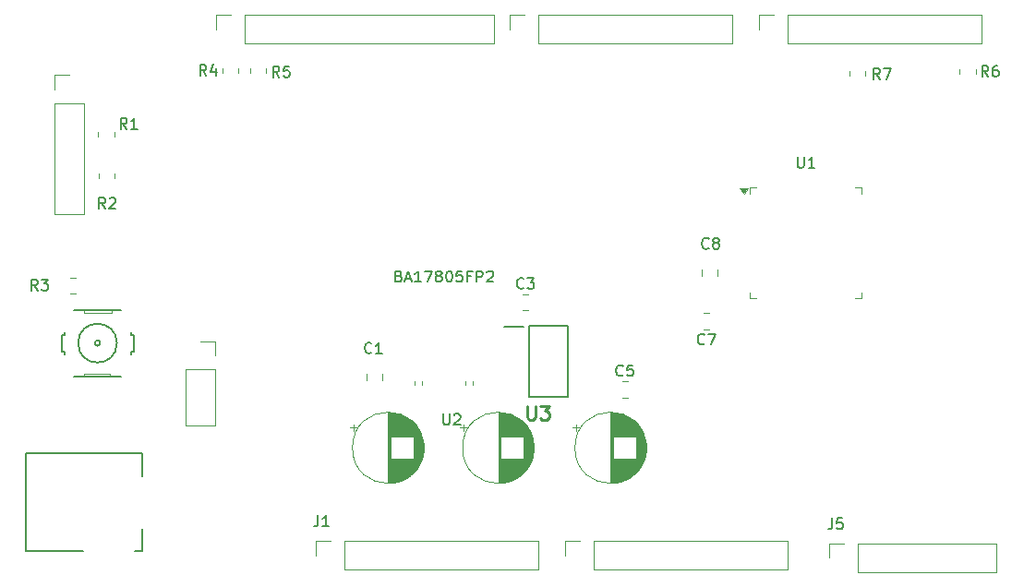
<source format=gbr>
%TF.GenerationSoftware,KiCad,Pcbnew,8.0.6*%
%TF.CreationDate,2025-01-18T13:18:21-05:00*%
%TF.ProjectId,RL78_G13_Arduino,524c3738-5f47-4313-935f-41726475696e,rev?*%
%TF.SameCoordinates,Original*%
%TF.FileFunction,Legend,Top*%
%TF.FilePolarity,Positive*%
%FSLAX46Y46*%
G04 Gerber Fmt 4.6, Leading zero omitted, Abs format (unit mm)*
G04 Created by KiCad (PCBNEW 8.0.6) date 2025-01-18 13:18:21*
%MOMM*%
%LPD*%
G01*
G04 APERTURE LIST*
%ADD10C,0.150000*%
%ADD11C,0.254000*%
%ADD12C,0.120000*%
%ADD13C,0.152400*%
%ADD14C,0.050800*%
%ADD15C,0.203200*%
%ADD16C,0.200000*%
G04 APERTURE END LIST*
D10*
X113647333Y-49059580D02*
X113599714Y-49107200D01*
X113599714Y-49107200D02*
X113456857Y-49154819D01*
X113456857Y-49154819D02*
X113361619Y-49154819D01*
X113361619Y-49154819D02*
X113218762Y-49107200D01*
X113218762Y-49107200D02*
X113123524Y-49011961D01*
X113123524Y-49011961D02*
X113075905Y-48916723D01*
X113075905Y-48916723D02*
X113028286Y-48726247D01*
X113028286Y-48726247D02*
X113028286Y-48583390D01*
X113028286Y-48583390D02*
X113075905Y-48392914D01*
X113075905Y-48392914D02*
X113123524Y-48297676D01*
X113123524Y-48297676D02*
X113218762Y-48202438D01*
X113218762Y-48202438D02*
X113361619Y-48154819D01*
X113361619Y-48154819D02*
X113456857Y-48154819D01*
X113456857Y-48154819D02*
X113599714Y-48202438D01*
X113599714Y-48202438D02*
X113647333Y-48250057D01*
X114218762Y-48583390D02*
X114123524Y-48535771D01*
X114123524Y-48535771D02*
X114075905Y-48488152D01*
X114075905Y-48488152D02*
X114028286Y-48392914D01*
X114028286Y-48392914D02*
X114028286Y-48345295D01*
X114028286Y-48345295D02*
X114075905Y-48250057D01*
X114075905Y-48250057D02*
X114123524Y-48202438D01*
X114123524Y-48202438D02*
X114218762Y-48154819D01*
X114218762Y-48154819D02*
X114409238Y-48154819D01*
X114409238Y-48154819D02*
X114504476Y-48202438D01*
X114504476Y-48202438D02*
X114552095Y-48250057D01*
X114552095Y-48250057D02*
X114599714Y-48345295D01*
X114599714Y-48345295D02*
X114599714Y-48392914D01*
X114599714Y-48392914D02*
X114552095Y-48488152D01*
X114552095Y-48488152D02*
X114504476Y-48535771D01*
X114504476Y-48535771D02*
X114409238Y-48583390D01*
X114409238Y-48583390D02*
X114218762Y-48583390D01*
X114218762Y-48583390D02*
X114123524Y-48631009D01*
X114123524Y-48631009D02*
X114075905Y-48678628D01*
X114075905Y-48678628D02*
X114028286Y-48773866D01*
X114028286Y-48773866D02*
X114028286Y-48964342D01*
X114028286Y-48964342D02*
X114075905Y-49059580D01*
X114075905Y-49059580D02*
X114123524Y-49107200D01*
X114123524Y-49107200D02*
X114218762Y-49154819D01*
X114218762Y-49154819D02*
X114409238Y-49154819D01*
X114409238Y-49154819D02*
X114504476Y-49107200D01*
X114504476Y-49107200D02*
X114552095Y-49059580D01*
X114552095Y-49059580D02*
X114599714Y-48964342D01*
X114599714Y-48964342D02*
X114599714Y-48773866D01*
X114599714Y-48773866D02*
X114552095Y-48678628D01*
X114552095Y-48678628D02*
X114504476Y-48631009D01*
X114504476Y-48631009D02*
X114409238Y-48583390D01*
X60283333Y-38154819D02*
X59950000Y-37678628D01*
X59711905Y-38154819D02*
X59711905Y-37154819D01*
X59711905Y-37154819D02*
X60092857Y-37154819D01*
X60092857Y-37154819D02*
X60188095Y-37202438D01*
X60188095Y-37202438D02*
X60235714Y-37250057D01*
X60235714Y-37250057D02*
X60283333Y-37345295D01*
X60283333Y-37345295D02*
X60283333Y-37488152D01*
X60283333Y-37488152D02*
X60235714Y-37583390D01*
X60235714Y-37583390D02*
X60188095Y-37631009D01*
X60188095Y-37631009D02*
X60092857Y-37678628D01*
X60092857Y-37678628D02*
X59711905Y-37678628D01*
X61235714Y-38154819D02*
X60664286Y-38154819D01*
X60950000Y-38154819D02*
X60950000Y-37154819D01*
X60950000Y-37154819D02*
X60854762Y-37297676D01*
X60854762Y-37297676D02*
X60759524Y-37392914D01*
X60759524Y-37392914D02*
X60664286Y-37440533D01*
X139283333Y-33354819D02*
X138950000Y-32878628D01*
X138711905Y-33354819D02*
X138711905Y-32354819D01*
X138711905Y-32354819D02*
X139092857Y-32354819D01*
X139092857Y-32354819D02*
X139188095Y-32402438D01*
X139188095Y-32402438D02*
X139235714Y-32450057D01*
X139235714Y-32450057D02*
X139283333Y-32545295D01*
X139283333Y-32545295D02*
X139283333Y-32688152D01*
X139283333Y-32688152D02*
X139235714Y-32783390D01*
X139235714Y-32783390D02*
X139188095Y-32831009D01*
X139188095Y-32831009D02*
X139092857Y-32878628D01*
X139092857Y-32878628D02*
X138711905Y-32878628D01*
X140140476Y-32354819D02*
X139950000Y-32354819D01*
X139950000Y-32354819D02*
X139854762Y-32402438D01*
X139854762Y-32402438D02*
X139807143Y-32450057D01*
X139807143Y-32450057D02*
X139711905Y-32592914D01*
X139711905Y-32592914D02*
X139664286Y-32783390D01*
X139664286Y-32783390D02*
X139664286Y-33164342D01*
X139664286Y-33164342D02*
X139711905Y-33259580D01*
X139711905Y-33259580D02*
X139759524Y-33307200D01*
X139759524Y-33307200D02*
X139854762Y-33354819D01*
X139854762Y-33354819D02*
X140045238Y-33354819D01*
X140045238Y-33354819D02*
X140140476Y-33307200D01*
X140140476Y-33307200D02*
X140188095Y-33259580D01*
X140188095Y-33259580D02*
X140235714Y-33164342D01*
X140235714Y-33164342D02*
X140235714Y-32926247D01*
X140235714Y-32926247D02*
X140188095Y-32831009D01*
X140188095Y-32831009D02*
X140140476Y-32783390D01*
X140140476Y-32783390D02*
X140045238Y-32735771D01*
X140045238Y-32735771D02*
X139854762Y-32735771D01*
X139854762Y-32735771D02*
X139759524Y-32783390D01*
X139759524Y-32783390D02*
X139711905Y-32831009D01*
X139711905Y-32831009D02*
X139664286Y-32926247D01*
X77816666Y-73604819D02*
X77816666Y-74319104D01*
X77816666Y-74319104D02*
X77769047Y-74461961D01*
X77769047Y-74461961D02*
X77673809Y-74557200D01*
X77673809Y-74557200D02*
X77530952Y-74604819D01*
X77530952Y-74604819D02*
X77435714Y-74604819D01*
X78816666Y-74604819D02*
X78245238Y-74604819D01*
X78530952Y-74604819D02*
X78530952Y-73604819D01*
X78530952Y-73604819D02*
X78435714Y-73747676D01*
X78435714Y-73747676D02*
X78340476Y-73842914D01*
X78340476Y-73842914D02*
X78245238Y-73890533D01*
X89298094Y-64297419D02*
X89298094Y-65106942D01*
X89298094Y-65106942D02*
X89345713Y-65202180D01*
X89345713Y-65202180D02*
X89393332Y-65249800D01*
X89393332Y-65249800D02*
X89488570Y-65297419D01*
X89488570Y-65297419D02*
X89679046Y-65297419D01*
X89679046Y-65297419D02*
X89774284Y-65249800D01*
X89774284Y-65249800D02*
X89821903Y-65202180D01*
X89821903Y-65202180D02*
X89869522Y-65106942D01*
X89869522Y-65106942D02*
X89869522Y-64297419D01*
X90298094Y-64392657D02*
X90345713Y-64345038D01*
X90345713Y-64345038D02*
X90440951Y-64297419D01*
X90440951Y-64297419D02*
X90679046Y-64297419D01*
X90679046Y-64297419D02*
X90774284Y-64345038D01*
X90774284Y-64345038D02*
X90821903Y-64392657D01*
X90821903Y-64392657D02*
X90869522Y-64487895D01*
X90869522Y-64487895D02*
X90869522Y-64583133D01*
X90869522Y-64583133D02*
X90821903Y-64725990D01*
X90821903Y-64725990D02*
X90250475Y-65297419D01*
X90250475Y-65297419D02*
X90869522Y-65297419D01*
X85227141Y-51653609D02*
X85369998Y-51701228D01*
X85369998Y-51701228D02*
X85417617Y-51748847D01*
X85417617Y-51748847D02*
X85465236Y-51844085D01*
X85465236Y-51844085D02*
X85465236Y-51986942D01*
X85465236Y-51986942D02*
X85417617Y-52082180D01*
X85417617Y-52082180D02*
X85369998Y-52129800D01*
X85369998Y-52129800D02*
X85274760Y-52177419D01*
X85274760Y-52177419D02*
X84893808Y-52177419D01*
X84893808Y-52177419D02*
X84893808Y-51177419D01*
X84893808Y-51177419D02*
X85227141Y-51177419D01*
X85227141Y-51177419D02*
X85322379Y-51225038D01*
X85322379Y-51225038D02*
X85369998Y-51272657D01*
X85369998Y-51272657D02*
X85417617Y-51367895D01*
X85417617Y-51367895D02*
X85417617Y-51463133D01*
X85417617Y-51463133D02*
X85369998Y-51558371D01*
X85369998Y-51558371D02*
X85322379Y-51605990D01*
X85322379Y-51605990D02*
X85227141Y-51653609D01*
X85227141Y-51653609D02*
X84893808Y-51653609D01*
X85846189Y-51891704D02*
X86322379Y-51891704D01*
X85750951Y-52177419D02*
X86084284Y-51177419D01*
X86084284Y-51177419D02*
X86417617Y-52177419D01*
X87274760Y-52177419D02*
X86703332Y-52177419D01*
X86989046Y-52177419D02*
X86989046Y-51177419D01*
X86989046Y-51177419D02*
X86893808Y-51320276D01*
X86893808Y-51320276D02*
X86798570Y-51415514D01*
X86798570Y-51415514D02*
X86703332Y-51463133D01*
X87608094Y-51177419D02*
X88274760Y-51177419D01*
X88274760Y-51177419D02*
X87846189Y-52177419D01*
X88798570Y-51605990D02*
X88703332Y-51558371D01*
X88703332Y-51558371D02*
X88655713Y-51510752D01*
X88655713Y-51510752D02*
X88608094Y-51415514D01*
X88608094Y-51415514D02*
X88608094Y-51367895D01*
X88608094Y-51367895D02*
X88655713Y-51272657D01*
X88655713Y-51272657D02*
X88703332Y-51225038D01*
X88703332Y-51225038D02*
X88798570Y-51177419D01*
X88798570Y-51177419D02*
X88989046Y-51177419D01*
X88989046Y-51177419D02*
X89084284Y-51225038D01*
X89084284Y-51225038D02*
X89131903Y-51272657D01*
X89131903Y-51272657D02*
X89179522Y-51367895D01*
X89179522Y-51367895D02*
X89179522Y-51415514D01*
X89179522Y-51415514D02*
X89131903Y-51510752D01*
X89131903Y-51510752D02*
X89084284Y-51558371D01*
X89084284Y-51558371D02*
X88989046Y-51605990D01*
X88989046Y-51605990D02*
X88798570Y-51605990D01*
X88798570Y-51605990D02*
X88703332Y-51653609D01*
X88703332Y-51653609D02*
X88655713Y-51701228D01*
X88655713Y-51701228D02*
X88608094Y-51796466D01*
X88608094Y-51796466D02*
X88608094Y-51986942D01*
X88608094Y-51986942D02*
X88655713Y-52082180D01*
X88655713Y-52082180D02*
X88703332Y-52129800D01*
X88703332Y-52129800D02*
X88798570Y-52177419D01*
X88798570Y-52177419D02*
X88989046Y-52177419D01*
X88989046Y-52177419D02*
X89084284Y-52129800D01*
X89084284Y-52129800D02*
X89131903Y-52082180D01*
X89131903Y-52082180D02*
X89179522Y-51986942D01*
X89179522Y-51986942D02*
X89179522Y-51796466D01*
X89179522Y-51796466D02*
X89131903Y-51701228D01*
X89131903Y-51701228D02*
X89084284Y-51653609D01*
X89084284Y-51653609D02*
X88989046Y-51605990D01*
X89798570Y-51177419D02*
X89893808Y-51177419D01*
X89893808Y-51177419D02*
X89989046Y-51225038D01*
X89989046Y-51225038D02*
X90036665Y-51272657D01*
X90036665Y-51272657D02*
X90084284Y-51367895D01*
X90084284Y-51367895D02*
X90131903Y-51558371D01*
X90131903Y-51558371D02*
X90131903Y-51796466D01*
X90131903Y-51796466D02*
X90084284Y-51986942D01*
X90084284Y-51986942D02*
X90036665Y-52082180D01*
X90036665Y-52082180D02*
X89989046Y-52129800D01*
X89989046Y-52129800D02*
X89893808Y-52177419D01*
X89893808Y-52177419D02*
X89798570Y-52177419D01*
X89798570Y-52177419D02*
X89703332Y-52129800D01*
X89703332Y-52129800D02*
X89655713Y-52082180D01*
X89655713Y-52082180D02*
X89608094Y-51986942D01*
X89608094Y-51986942D02*
X89560475Y-51796466D01*
X89560475Y-51796466D02*
X89560475Y-51558371D01*
X89560475Y-51558371D02*
X89608094Y-51367895D01*
X89608094Y-51367895D02*
X89655713Y-51272657D01*
X89655713Y-51272657D02*
X89703332Y-51225038D01*
X89703332Y-51225038D02*
X89798570Y-51177419D01*
X91036665Y-51177419D02*
X90560475Y-51177419D01*
X90560475Y-51177419D02*
X90512856Y-51653609D01*
X90512856Y-51653609D02*
X90560475Y-51605990D01*
X90560475Y-51605990D02*
X90655713Y-51558371D01*
X90655713Y-51558371D02*
X90893808Y-51558371D01*
X90893808Y-51558371D02*
X90989046Y-51605990D01*
X90989046Y-51605990D02*
X91036665Y-51653609D01*
X91036665Y-51653609D02*
X91084284Y-51748847D01*
X91084284Y-51748847D02*
X91084284Y-51986942D01*
X91084284Y-51986942D02*
X91036665Y-52082180D01*
X91036665Y-52082180D02*
X90989046Y-52129800D01*
X90989046Y-52129800D02*
X90893808Y-52177419D01*
X90893808Y-52177419D02*
X90655713Y-52177419D01*
X90655713Y-52177419D02*
X90560475Y-52129800D01*
X90560475Y-52129800D02*
X90512856Y-52082180D01*
X91846189Y-51653609D02*
X91512856Y-51653609D01*
X91512856Y-52177419D02*
X91512856Y-51177419D01*
X91512856Y-51177419D02*
X91989046Y-51177419D01*
X92369999Y-52177419D02*
X92369999Y-51177419D01*
X92369999Y-51177419D02*
X92750951Y-51177419D01*
X92750951Y-51177419D02*
X92846189Y-51225038D01*
X92846189Y-51225038D02*
X92893808Y-51272657D01*
X92893808Y-51272657D02*
X92941427Y-51367895D01*
X92941427Y-51367895D02*
X92941427Y-51510752D01*
X92941427Y-51510752D02*
X92893808Y-51605990D01*
X92893808Y-51605990D02*
X92846189Y-51653609D01*
X92846189Y-51653609D02*
X92750951Y-51701228D01*
X92750951Y-51701228D02*
X92369999Y-51701228D01*
X93322380Y-51272657D02*
X93369999Y-51225038D01*
X93369999Y-51225038D02*
X93465237Y-51177419D01*
X93465237Y-51177419D02*
X93703332Y-51177419D01*
X93703332Y-51177419D02*
X93798570Y-51225038D01*
X93798570Y-51225038D02*
X93846189Y-51272657D01*
X93846189Y-51272657D02*
X93893808Y-51367895D01*
X93893808Y-51367895D02*
X93893808Y-51463133D01*
X93893808Y-51463133D02*
X93846189Y-51605990D01*
X93846189Y-51605990D02*
X93274761Y-52177419D01*
X93274761Y-52177419D02*
X93893808Y-52177419D01*
X52133333Y-52954819D02*
X51800000Y-52478628D01*
X51561905Y-52954819D02*
X51561905Y-51954819D01*
X51561905Y-51954819D02*
X51942857Y-51954819D01*
X51942857Y-51954819D02*
X52038095Y-52002438D01*
X52038095Y-52002438D02*
X52085714Y-52050057D01*
X52085714Y-52050057D02*
X52133333Y-52145295D01*
X52133333Y-52145295D02*
X52133333Y-52288152D01*
X52133333Y-52288152D02*
X52085714Y-52383390D01*
X52085714Y-52383390D02*
X52038095Y-52431009D01*
X52038095Y-52431009D02*
X51942857Y-52478628D01*
X51942857Y-52478628D02*
X51561905Y-52478628D01*
X52466667Y-51954819D02*
X53085714Y-51954819D01*
X53085714Y-51954819D02*
X52752381Y-52335771D01*
X52752381Y-52335771D02*
X52895238Y-52335771D01*
X52895238Y-52335771D02*
X52990476Y-52383390D01*
X52990476Y-52383390D02*
X53038095Y-52431009D01*
X53038095Y-52431009D02*
X53085714Y-52526247D01*
X53085714Y-52526247D02*
X53085714Y-52764342D01*
X53085714Y-52764342D02*
X53038095Y-52859580D01*
X53038095Y-52859580D02*
X52990476Y-52907200D01*
X52990476Y-52907200D02*
X52895238Y-52954819D01*
X52895238Y-52954819D02*
X52609524Y-52954819D01*
X52609524Y-52954819D02*
X52514286Y-52907200D01*
X52514286Y-52907200D02*
X52466667Y-52859580D01*
X74271333Y-33404819D02*
X73938000Y-32928628D01*
X73699905Y-33404819D02*
X73699905Y-32404819D01*
X73699905Y-32404819D02*
X74080857Y-32404819D01*
X74080857Y-32404819D02*
X74176095Y-32452438D01*
X74176095Y-32452438D02*
X74223714Y-32500057D01*
X74223714Y-32500057D02*
X74271333Y-32595295D01*
X74271333Y-32595295D02*
X74271333Y-32738152D01*
X74271333Y-32738152D02*
X74223714Y-32833390D01*
X74223714Y-32833390D02*
X74176095Y-32881009D01*
X74176095Y-32881009D02*
X74080857Y-32928628D01*
X74080857Y-32928628D02*
X73699905Y-32928628D01*
X75176095Y-32404819D02*
X74699905Y-32404819D01*
X74699905Y-32404819D02*
X74652286Y-32881009D01*
X74652286Y-32881009D02*
X74699905Y-32833390D01*
X74699905Y-32833390D02*
X74795143Y-32785771D01*
X74795143Y-32785771D02*
X75033238Y-32785771D01*
X75033238Y-32785771D02*
X75128476Y-32833390D01*
X75128476Y-32833390D02*
X75176095Y-32881009D01*
X75176095Y-32881009D02*
X75223714Y-32976247D01*
X75223714Y-32976247D02*
X75223714Y-33214342D01*
X75223714Y-33214342D02*
X75176095Y-33309580D01*
X75176095Y-33309580D02*
X75128476Y-33357200D01*
X75128476Y-33357200D02*
X75033238Y-33404819D01*
X75033238Y-33404819D02*
X74795143Y-33404819D01*
X74795143Y-33404819D02*
X74699905Y-33357200D01*
X74699905Y-33357200D02*
X74652286Y-33309580D01*
X67583333Y-33254819D02*
X67250000Y-32778628D01*
X67011905Y-33254819D02*
X67011905Y-32254819D01*
X67011905Y-32254819D02*
X67392857Y-32254819D01*
X67392857Y-32254819D02*
X67488095Y-32302438D01*
X67488095Y-32302438D02*
X67535714Y-32350057D01*
X67535714Y-32350057D02*
X67583333Y-32445295D01*
X67583333Y-32445295D02*
X67583333Y-32588152D01*
X67583333Y-32588152D02*
X67535714Y-32683390D01*
X67535714Y-32683390D02*
X67488095Y-32731009D01*
X67488095Y-32731009D02*
X67392857Y-32778628D01*
X67392857Y-32778628D02*
X67011905Y-32778628D01*
X68440476Y-32588152D02*
X68440476Y-33254819D01*
X68202381Y-32207200D02*
X67964286Y-32921485D01*
X67964286Y-32921485D02*
X68583333Y-32921485D01*
X96685333Y-52729580D02*
X96637714Y-52777200D01*
X96637714Y-52777200D02*
X96494857Y-52824819D01*
X96494857Y-52824819D02*
X96399619Y-52824819D01*
X96399619Y-52824819D02*
X96256762Y-52777200D01*
X96256762Y-52777200D02*
X96161524Y-52681961D01*
X96161524Y-52681961D02*
X96113905Y-52586723D01*
X96113905Y-52586723D02*
X96066286Y-52396247D01*
X96066286Y-52396247D02*
X96066286Y-52253390D01*
X96066286Y-52253390D02*
X96113905Y-52062914D01*
X96113905Y-52062914D02*
X96161524Y-51967676D01*
X96161524Y-51967676D02*
X96256762Y-51872438D01*
X96256762Y-51872438D02*
X96399619Y-51824819D01*
X96399619Y-51824819D02*
X96494857Y-51824819D01*
X96494857Y-51824819D02*
X96637714Y-51872438D01*
X96637714Y-51872438D02*
X96685333Y-51920057D01*
X97018667Y-51824819D02*
X97637714Y-51824819D01*
X97637714Y-51824819D02*
X97304381Y-52205771D01*
X97304381Y-52205771D02*
X97447238Y-52205771D01*
X97447238Y-52205771D02*
X97542476Y-52253390D01*
X97542476Y-52253390D02*
X97590095Y-52301009D01*
X97590095Y-52301009D02*
X97637714Y-52396247D01*
X97637714Y-52396247D02*
X97637714Y-52634342D01*
X97637714Y-52634342D02*
X97590095Y-52729580D01*
X97590095Y-52729580D02*
X97542476Y-52777200D01*
X97542476Y-52777200D02*
X97447238Y-52824819D01*
X97447238Y-52824819D02*
X97161524Y-52824819D01*
X97161524Y-52824819D02*
X97066286Y-52777200D01*
X97066286Y-52777200D02*
X97018667Y-52729580D01*
X113247333Y-57839580D02*
X113199714Y-57887200D01*
X113199714Y-57887200D02*
X113056857Y-57934819D01*
X113056857Y-57934819D02*
X112961619Y-57934819D01*
X112961619Y-57934819D02*
X112818762Y-57887200D01*
X112818762Y-57887200D02*
X112723524Y-57791961D01*
X112723524Y-57791961D02*
X112675905Y-57696723D01*
X112675905Y-57696723D02*
X112628286Y-57506247D01*
X112628286Y-57506247D02*
X112628286Y-57363390D01*
X112628286Y-57363390D02*
X112675905Y-57172914D01*
X112675905Y-57172914D02*
X112723524Y-57077676D01*
X112723524Y-57077676D02*
X112818762Y-56982438D01*
X112818762Y-56982438D02*
X112961619Y-56934819D01*
X112961619Y-56934819D02*
X113056857Y-56934819D01*
X113056857Y-56934819D02*
X113199714Y-56982438D01*
X113199714Y-56982438D02*
X113247333Y-57030057D01*
X113580667Y-56934819D02*
X114247333Y-56934819D01*
X114247333Y-56934819D02*
X113818762Y-57934819D01*
X121800595Y-40704819D02*
X121800595Y-41514342D01*
X121800595Y-41514342D02*
X121848214Y-41609580D01*
X121848214Y-41609580D02*
X121895833Y-41657200D01*
X121895833Y-41657200D02*
X121991071Y-41704819D01*
X121991071Y-41704819D02*
X122181547Y-41704819D01*
X122181547Y-41704819D02*
X122276785Y-41657200D01*
X122276785Y-41657200D02*
X122324404Y-41609580D01*
X122324404Y-41609580D02*
X122372023Y-41514342D01*
X122372023Y-41514342D02*
X122372023Y-40704819D01*
X123372023Y-41704819D02*
X122800595Y-41704819D01*
X123086309Y-41704819D02*
X123086309Y-40704819D01*
X123086309Y-40704819D02*
X122991071Y-40847676D01*
X122991071Y-40847676D02*
X122895833Y-40942914D01*
X122895833Y-40942914D02*
X122800595Y-40990533D01*
X58333333Y-45454819D02*
X58000000Y-44978628D01*
X57761905Y-45454819D02*
X57761905Y-44454819D01*
X57761905Y-44454819D02*
X58142857Y-44454819D01*
X58142857Y-44454819D02*
X58238095Y-44502438D01*
X58238095Y-44502438D02*
X58285714Y-44550057D01*
X58285714Y-44550057D02*
X58333333Y-44645295D01*
X58333333Y-44645295D02*
X58333333Y-44788152D01*
X58333333Y-44788152D02*
X58285714Y-44883390D01*
X58285714Y-44883390D02*
X58238095Y-44931009D01*
X58238095Y-44931009D02*
X58142857Y-44978628D01*
X58142857Y-44978628D02*
X57761905Y-44978628D01*
X58714286Y-44550057D02*
X58761905Y-44502438D01*
X58761905Y-44502438D02*
X58857143Y-44454819D01*
X58857143Y-44454819D02*
X59095238Y-44454819D01*
X59095238Y-44454819D02*
X59190476Y-44502438D01*
X59190476Y-44502438D02*
X59238095Y-44550057D01*
X59238095Y-44550057D02*
X59285714Y-44645295D01*
X59285714Y-44645295D02*
X59285714Y-44740533D01*
X59285714Y-44740533D02*
X59238095Y-44883390D01*
X59238095Y-44883390D02*
X58666667Y-45454819D01*
X58666667Y-45454819D02*
X59285714Y-45454819D01*
X129333333Y-33604819D02*
X129000000Y-33128628D01*
X128761905Y-33604819D02*
X128761905Y-32604819D01*
X128761905Y-32604819D02*
X129142857Y-32604819D01*
X129142857Y-32604819D02*
X129238095Y-32652438D01*
X129238095Y-32652438D02*
X129285714Y-32700057D01*
X129285714Y-32700057D02*
X129333333Y-32795295D01*
X129333333Y-32795295D02*
X129333333Y-32938152D01*
X129333333Y-32938152D02*
X129285714Y-33033390D01*
X129285714Y-33033390D02*
X129238095Y-33081009D01*
X129238095Y-33081009D02*
X129142857Y-33128628D01*
X129142857Y-33128628D02*
X128761905Y-33128628D01*
X129666667Y-32604819D02*
X130333333Y-32604819D01*
X130333333Y-32604819D02*
X129904762Y-33604819D01*
X82735333Y-58659580D02*
X82687714Y-58707200D01*
X82687714Y-58707200D02*
X82544857Y-58754819D01*
X82544857Y-58754819D02*
X82449619Y-58754819D01*
X82449619Y-58754819D02*
X82306762Y-58707200D01*
X82306762Y-58707200D02*
X82211524Y-58611961D01*
X82211524Y-58611961D02*
X82163905Y-58516723D01*
X82163905Y-58516723D02*
X82116286Y-58326247D01*
X82116286Y-58326247D02*
X82116286Y-58183390D01*
X82116286Y-58183390D02*
X82163905Y-57992914D01*
X82163905Y-57992914D02*
X82211524Y-57897676D01*
X82211524Y-57897676D02*
X82306762Y-57802438D01*
X82306762Y-57802438D02*
X82449619Y-57754819D01*
X82449619Y-57754819D02*
X82544857Y-57754819D01*
X82544857Y-57754819D02*
X82687714Y-57802438D01*
X82687714Y-57802438D02*
X82735333Y-57850057D01*
X83687714Y-58754819D02*
X83116286Y-58754819D01*
X83402000Y-58754819D02*
X83402000Y-57754819D01*
X83402000Y-57754819D02*
X83306762Y-57897676D01*
X83306762Y-57897676D02*
X83211524Y-57992914D01*
X83211524Y-57992914D02*
X83116286Y-58040533D01*
X124966666Y-73854819D02*
X124966666Y-74569104D01*
X124966666Y-74569104D02*
X124919047Y-74711961D01*
X124919047Y-74711961D02*
X124823809Y-74807200D01*
X124823809Y-74807200D02*
X124680952Y-74854819D01*
X124680952Y-74854819D02*
X124585714Y-74854819D01*
X125919047Y-73854819D02*
X125442857Y-73854819D01*
X125442857Y-73854819D02*
X125395238Y-74331009D01*
X125395238Y-74331009D02*
X125442857Y-74283390D01*
X125442857Y-74283390D02*
X125538095Y-74235771D01*
X125538095Y-74235771D02*
X125776190Y-74235771D01*
X125776190Y-74235771D02*
X125871428Y-74283390D01*
X125871428Y-74283390D02*
X125919047Y-74331009D01*
X125919047Y-74331009D02*
X125966666Y-74426247D01*
X125966666Y-74426247D02*
X125966666Y-74664342D01*
X125966666Y-74664342D02*
X125919047Y-74759580D01*
X125919047Y-74759580D02*
X125871428Y-74807200D01*
X125871428Y-74807200D02*
X125776190Y-74854819D01*
X125776190Y-74854819D02*
X125538095Y-74854819D01*
X125538095Y-74854819D02*
X125442857Y-74807200D01*
X125442857Y-74807200D02*
X125395238Y-74759580D01*
X105785333Y-60729580D02*
X105737714Y-60777200D01*
X105737714Y-60777200D02*
X105594857Y-60824819D01*
X105594857Y-60824819D02*
X105499619Y-60824819D01*
X105499619Y-60824819D02*
X105356762Y-60777200D01*
X105356762Y-60777200D02*
X105261524Y-60681961D01*
X105261524Y-60681961D02*
X105213905Y-60586723D01*
X105213905Y-60586723D02*
X105166286Y-60396247D01*
X105166286Y-60396247D02*
X105166286Y-60253390D01*
X105166286Y-60253390D02*
X105213905Y-60062914D01*
X105213905Y-60062914D02*
X105261524Y-59967676D01*
X105261524Y-59967676D02*
X105356762Y-59872438D01*
X105356762Y-59872438D02*
X105499619Y-59824819D01*
X105499619Y-59824819D02*
X105594857Y-59824819D01*
X105594857Y-59824819D02*
X105737714Y-59872438D01*
X105737714Y-59872438D02*
X105785333Y-59920057D01*
X106690095Y-59824819D02*
X106213905Y-59824819D01*
X106213905Y-59824819D02*
X106166286Y-60301009D01*
X106166286Y-60301009D02*
X106213905Y-60253390D01*
X106213905Y-60253390D02*
X106309143Y-60205771D01*
X106309143Y-60205771D02*
X106547238Y-60205771D01*
X106547238Y-60205771D02*
X106642476Y-60253390D01*
X106642476Y-60253390D02*
X106690095Y-60301009D01*
X106690095Y-60301009D02*
X106737714Y-60396247D01*
X106737714Y-60396247D02*
X106737714Y-60634342D01*
X106737714Y-60634342D02*
X106690095Y-60729580D01*
X106690095Y-60729580D02*
X106642476Y-60777200D01*
X106642476Y-60777200D02*
X106547238Y-60824819D01*
X106547238Y-60824819D02*
X106309143Y-60824819D01*
X106309143Y-60824819D02*
X106213905Y-60777200D01*
X106213905Y-60777200D02*
X106166286Y-60729580D01*
D11*
X97007380Y-63554318D02*
X97007380Y-64582413D01*
X97007380Y-64582413D02*
X97067857Y-64703365D01*
X97067857Y-64703365D02*
X97128333Y-64763842D01*
X97128333Y-64763842D02*
X97249285Y-64824318D01*
X97249285Y-64824318D02*
X97491190Y-64824318D01*
X97491190Y-64824318D02*
X97612142Y-64763842D01*
X97612142Y-64763842D02*
X97672619Y-64703365D01*
X97672619Y-64703365D02*
X97733095Y-64582413D01*
X97733095Y-64582413D02*
X97733095Y-63554318D01*
X98216904Y-63554318D02*
X99003095Y-63554318D01*
X99003095Y-63554318D02*
X98579761Y-64038127D01*
X98579761Y-64038127D02*
X98761190Y-64038127D01*
X98761190Y-64038127D02*
X98882142Y-64098603D01*
X98882142Y-64098603D02*
X98942618Y-64159080D01*
X98942618Y-64159080D02*
X99003095Y-64280032D01*
X99003095Y-64280032D02*
X99003095Y-64582413D01*
X99003095Y-64582413D02*
X98942618Y-64703365D01*
X98942618Y-64703365D02*
X98882142Y-64763842D01*
X98882142Y-64763842D02*
X98761190Y-64824318D01*
X98761190Y-64824318D02*
X98398333Y-64824318D01*
X98398333Y-64824318D02*
X98277380Y-64763842D01*
X98277380Y-64763842D02*
X98216904Y-64703365D01*
D12*
%TO.C,J3*%
X100472000Y-75930000D02*
X101802000Y-75930000D01*
X100472000Y-77260000D02*
X100472000Y-75930000D01*
X103072000Y-75930000D02*
X120912000Y-75930000D01*
X103072000Y-78590000D02*
X103072000Y-75930000D01*
X103072000Y-78590000D02*
X120912000Y-78590000D01*
X120912000Y-78590000D02*
X120912000Y-75930000D01*
%TO.C,J2*%
X68468000Y-27670000D02*
X69798000Y-27670000D01*
X68468000Y-29000000D02*
X68468000Y-27670000D01*
X71068000Y-27670000D02*
X93988000Y-27670000D01*
X71068000Y-30330000D02*
X71068000Y-27670000D01*
X71068000Y-30330000D02*
X93988000Y-30330000D01*
X93988000Y-30330000D02*
X93988000Y-27670000D01*
%TO.C,J4*%
X95392000Y-27670000D02*
X96722000Y-27670000D01*
X95392000Y-29000000D02*
X95392000Y-27670000D01*
X97992000Y-27670000D02*
X115832000Y-27670000D01*
X97992000Y-30330000D02*
X97992000Y-27670000D01*
X97992000Y-30330000D02*
X115832000Y-30330000D01*
X115832000Y-30330000D02*
X115832000Y-27670000D01*
%TO.C,J6*%
X118252000Y-27670000D02*
X119582000Y-27670000D01*
X118252000Y-29000000D02*
X118252000Y-27670000D01*
X120852000Y-27670000D02*
X138692000Y-27670000D01*
X120852000Y-30330000D02*
X120852000Y-27670000D01*
X120852000Y-30330000D02*
X138692000Y-30330000D01*
X138692000Y-30330000D02*
X138692000Y-27670000D01*
%TO.C,C4*%
X90851759Y-65561000D02*
X91481759Y-65561000D01*
X91166759Y-65246000D02*
X91166759Y-65876000D01*
X94352000Y-64170000D02*
X94352000Y-70630000D01*
X94392000Y-64170000D02*
X94392000Y-70630000D01*
X94432000Y-64170000D02*
X94432000Y-70630000D01*
X94472000Y-64172000D02*
X94472000Y-70628000D01*
X94512000Y-64173000D02*
X94512000Y-70627000D01*
X94552000Y-64176000D02*
X94552000Y-70624000D01*
X94592000Y-64178000D02*
X94592000Y-66360000D01*
X94592000Y-68440000D02*
X94592000Y-70622000D01*
X94632000Y-64182000D02*
X94632000Y-66360000D01*
X94632000Y-68440000D02*
X94632000Y-70618000D01*
X94672000Y-64185000D02*
X94672000Y-66360000D01*
X94672000Y-68440000D02*
X94672000Y-70615000D01*
X94712000Y-64189000D02*
X94712000Y-66360000D01*
X94712000Y-68440000D02*
X94712000Y-70611000D01*
X94752000Y-64194000D02*
X94752000Y-66360000D01*
X94752000Y-68440000D02*
X94752000Y-70606000D01*
X94792000Y-64199000D02*
X94792000Y-66360000D01*
X94792000Y-68440000D02*
X94792000Y-70601000D01*
X94832000Y-64205000D02*
X94832000Y-66360000D01*
X94832000Y-68440000D02*
X94832000Y-70595000D01*
X94872000Y-64211000D02*
X94872000Y-66360000D01*
X94872000Y-68440000D02*
X94872000Y-70589000D01*
X94912000Y-64218000D02*
X94912000Y-66360000D01*
X94912000Y-68440000D02*
X94912000Y-70582000D01*
X94952000Y-64225000D02*
X94952000Y-66360000D01*
X94952000Y-68440000D02*
X94952000Y-70575000D01*
X94992000Y-64233000D02*
X94992000Y-66360000D01*
X94992000Y-68440000D02*
X94992000Y-70567000D01*
X95032000Y-64241000D02*
X95032000Y-66360000D01*
X95032000Y-68440000D02*
X95032000Y-70559000D01*
X95073000Y-64250000D02*
X95073000Y-66360000D01*
X95073000Y-68440000D02*
X95073000Y-70550000D01*
X95113000Y-64259000D02*
X95113000Y-66360000D01*
X95113000Y-68440000D02*
X95113000Y-70541000D01*
X95153000Y-64269000D02*
X95153000Y-66360000D01*
X95153000Y-68440000D02*
X95153000Y-70531000D01*
X95193000Y-64279000D02*
X95193000Y-66360000D01*
X95193000Y-68440000D02*
X95193000Y-70521000D01*
X95233000Y-64290000D02*
X95233000Y-66360000D01*
X95233000Y-68440000D02*
X95233000Y-70510000D01*
X95273000Y-64302000D02*
X95273000Y-66360000D01*
X95273000Y-68440000D02*
X95273000Y-70498000D01*
X95313000Y-64314000D02*
X95313000Y-66360000D01*
X95313000Y-68440000D02*
X95313000Y-70486000D01*
X95353000Y-64326000D02*
X95353000Y-66360000D01*
X95353000Y-68440000D02*
X95353000Y-70474000D01*
X95393000Y-64339000D02*
X95393000Y-66360000D01*
X95393000Y-68440000D02*
X95393000Y-70461000D01*
X95433000Y-64353000D02*
X95433000Y-66360000D01*
X95433000Y-68440000D02*
X95433000Y-70447000D01*
X95473000Y-64367000D02*
X95473000Y-66360000D01*
X95473000Y-68440000D02*
X95473000Y-70433000D01*
X95513000Y-64382000D02*
X95513000Y-66360000D01*
X95513000Y-68440000D02*
X95513000Y-70418000D01*
X95553000Y-64398000D02*
X95553000Y-66360000D01*
X95553000Y-68440000D02*
X95553000Y-70402000D01*
X95593000Y-64414000D02*
X95593000Y-66360000D01*
X95593000Y-68440000D02*
X95593000Y-70386000D01*
X95633000Y-64430000D02*
X95633000Y-66360000D01*
X95633000Y-68440000D02*
X95633000Y-70370000D01*
X95673000Y-64448000D02*
X95673000Y-66360000D01*
X95673000Y-68440000D02*
X95673000Y-70352000D01*
X95713000Y-64466000D02*
X95713000Y-66360000D01*
X95713000Y-68440000D02*
X95713000Y-70334000D01*
X95753000Y-64484000D02*
X95753000Y-66360000D01*
X95753000Y-68440000D02*
X95753000Y-70316000D01*
X95793000Y-64504000D02*
X95793000Y-66360000D01*
X95793000Y-68440000D02*
X95793000Y-70296000D01*
X95833000Y-64524000D02*
X95833000Y-66360000D01*
X95833000Y-68440000D02*
X95833000Y-70276000D01*
X95873000Y-64544000D02*
X95873000Y-66360000D01*
X95873000Y-68440000D02*
X95873000Y-70256000D01*
X95913000Y-64566000D02*
X95913000Y-66360000D01*
X95913000Y-68440000D02*
X95913000Y-70234000D01*
X95953000Y-64588000D02*
X95953000Y-66360000D01*
X95953000Y-68440000D02*
X95953000Y-70212000D01*
X95993000Y-64610000D02*
X95993000Y-66360000D01*
X95993000Y-68440000D02*
X95993000Y-70190000D01*
X96033000Y-64634000D02*
X96033000Y-66360000D01*
X96033000Y-68440000D02*
X96033000Y-70166000D01*
X96073000Y-64658000D02*
X96073000Y-66360000D01*
X96073000Y-68440000D02*
X96073000Y-70142000D01*
X96113000Y-64684000D02*
X96113000Y-66360000D01*
X96113000Y-68440000D02*
X96113000Y-70116000D01*
X96153000Y-64710000D02*
X96153000Y-66360000D01*
X96153000Y-68440000D02*
X96153000Y-70090000D01*
X96193000Y-64736000D02*
X96193000Y-66360000D01*
X96193000Y-68440000D02*
X96193000Y-70064000D01*
X96233000Y-64764000D02*
X96233000Y-66360000D01*
X96233000Y-68440000D02*
X96233000Y-70036000D01*
X96273000Y-64793000D02*
X96273000Y-66360000D01*
X96273000Y-68440000D02*
X96273000Y-70007000D01*
X96313000Y-64822000D02*
X96313000Y-66360000D01*
X96313000Y-68440000D02*
X96313000Y-69978000D01*
X96353000Y-64852000D02*
X96353000Y-66360000D01*
X96353000Y-68440000D02*
X96353000Y-69948000D01*
X96393000Y-64884000D02*
X96393000Y-66360000D01*
X96393000Y-68440000D02*
X96393000Y-69916000D01*
X96433000Y-64916000D02*
X96433000Y-66360000D01*
X96433000Y-68440000D02*
X96433000Y-69884000D01*
X96473000Y-64950000D02*
X96473000Y-66360000D01*
X96473000Y-68440000D02*
X96473000Y-69850000D01*
X96513000Y-64984000D02*
X96513000Y-66360000D01*
X96513000Y-68440000D02*
X96513000Y-69816000D01*
X96553000Y-65020000D02*
X96553000Y-66360000D01*
X96553000Y-68440000D02*
X96553000Y-69780000D01*
X96593000Y-65057000D02*
X96593000Y-66360000D01*
X96593000Y-68440000D02*
X96593000Y-69743000D01*
X96633000Y-65095000D02*
X96633000Y-66360000D01*
X96633000Y-68440000D02*
X96633000Y-69705000D01*
X96673000Y-65135000D02*
X96673000Y-69665000D01*
X96713000Y-65176000D02*
X96713000Y-69624000D01*
X96753000Y-65218000D02*
X96753000Y-69582000D01*
X96793000Y-65263000D02*
X96793000Y-69537000D01*
X96833000Y-65308000D02*
X96833000Y-69492000D01*
X96873000Y-65356000D02*
X96873000Y-69444000D01*
X96913000Y-65405000D02*
X96913000Y-69395000D01*
X96953000Y-65456000D02*
X96953000Y-69344000D01*
X96993000Y-65510000D02*
X96993000Y-69290000D01*
X97033000Y-65566000D02*
X97033000Y-69234000D01*
X97073000Y-65624000D02*
X97073000Y-69176000D01*
X97113000Y-65686000D02*
X97113000Y-69114000D01*
X97153000Y-65750000D02*
X97153000Y-69050000D01*
X97193000Y-65819000D02*
X97193000Y-68981000D01*
X97233000Y-65891000D02*
X97233000Y-68909000D01*
X97273000Y-65968000D02*
X97273000Y-68832000D01*
X97313000Y-66050000D02*
X97313000Y-68750000D01*
X97353000Y-66138000D02*
X97353000Y-68662000D01*
X97393000Y-66235000D02*
X97393000Y-68565000D01*
X97433000Y-66341000D02*
X97433000Y-68459000D01*
X97473000Y-66460000D02*
X97473000Y-68340000D01*
X97513000Y-66598000D02*
X97513000Y-68202000D01*
X97553000Y-66767000D02*
X97553000Y-68033000D01*
X97593000Y-66998000D02*
X97593000Y-67802000D01*
X97622000Y-67400000D02*
G75*
G02*
X91082000Y-67400000I-3270000J0D01*
G01*
X91082000Y-67400000D02*
G75*
G02*
X97622000Y-67400000I3270000J0D01*
G01*
%TO.C,C8*%
X112979000Y-51088748D02*
X112979000Y-51611252D01*
X114449000Y-51088748D02*
X114449000Y-51611252D01*
%TO.C,R1*%
X57665000Y-38422936D02*
X57665000Y-38877064D01*
X59135000Y-38422936D02*
X59135000Y-38877064D01*
%TO.C,R6*%
X136665000Y-33114564D02*
X136665000Y-32660436D01*
X138135000Y-33114564D02*
X138135000Y-32660436D01*
D13*
%TO.C,S1*%
X54300000Y-57038000D02*
X54300000Y-58562000D01*
X54300000Y-57038000D02*
X54554000Y-57038000D01*
X54554000Y-57038000D02*
X54554000Y-56784000D01*
X54554000Y-58562000D02*
X54300000Y-58562000D01*
X54554000Y-58562000D02*
X54554000Y-58816000D01*
X55443000Y-60848000D02*
X56332000Y-60848000D01*
X56332000Y-54752000D02*
X55443000Y-54752000D01*
D14*
X56332000Y-54752000D02*
X56332000Y-55006000D01*
X56332000Y-60594000D02*
X56332000Y-60848000D01*
D13*
X56332000Y-60848000D02*
X58745000Y-60848000D01*
D14*
X58745000Y-60594000D02*
X56332000Y-60594000D01*
X58745000Y-60594000D02*
X58745000Y-60848000D01*
D13*
X58745000Y-60848000D02*
X59761000Y-60848000D01*
X58872000Y-54752000D02*
X56332000Y-54752000D01*
D14*
X58872000Y-55006000D02*
X56332000Y-55006000D01*
X58872000Y-55006000D02*
X58872000Y-54752000D01*
D13*
X59761000Y-54752000D02*
X58872000Y-54752000D01*
X60650000Y-57038000D02*
X60650000Y-56784000D01*
X60650000Y-57038000D02*
X60904000Y-57038000D01*
X60650000Y-58562000D02*
X60650000Y-58816000D01*
X60904000Y-58562000D02*
X60650000Y-58562000D01*
X60904000Y-58562000D02*
X60904000Y-57038000D01*
X57856000Y-57800000D02*
G75*
G02*
X57348000Y-57800000I-254000J0D01*
G01*
X57348000Y-57800000D02*
G75*
G02*
X57856000Y-57800000I254000J0D01*
G01*
X59380000Y-57800000D02*
G75*
G02*
X55824000Y-57800000I-1778000J0D01*
G01*
X55824000Y-57800000D02*
G75*
G02*
X59380000Y-57800000I1778000J0D01*
G01*
D12*
%TO.C,C2*%
X80751759Y-65561000D02*
X81381759Y-65561000D01*
X81066759Y-65246000D02*
X81066759Y-65876000D01*
X84252000Y-64170000D02*
X84252000Y-70630000D01*
X84292000Y-64170000D02*
X84292000Y-70630000D01*
X84332000Y-64170000D02*
X84332000Y-70630000D01*
X84372000Y-64172000D02*
X84372000Y-70628000D01*
X84412000Y-64173000D02*
X84412000Y-70627000D01*
X84452000Y-64176000D02*
X84452000Y-70624000D01*
X84492000Y-64178000D02*
X84492000Y-66360000D01*
X84492000Y-68440000D02*
X84492000Y-70622000D01*
X84532000Y-64182000D02*
X84532000Y-66360000D01*
X84532000Y-68440000D02*
X84532000Y-70618000D01*
X84572000Y-64185000D02*
X84572000Y-66360000D01*
X84572000Y-68440000D02*
X84572000Y-70615000D01*
X84612000Y-64189000D02*
X84612000Y-66360000D01*
X84612000Y-68440000D02*
X84612000Y-70611000D01*
X84652000Y-64194000D02*
X84652000Y-66360000D01*
X84652000Y-68440000D02*
X84652000Y-70606000D01*
X84692000Y-64199000D02*
X84692000Y-66360000D01*
X84692000Y-68440000D02*
X84692000Y-70601000D01*
X84732000Y-64205000D02*
X84732000Y-66360000D01*
X84732000Y-68440000D02*
X84732000Y-70595000D01*
X84772000Y-64211000D02*
X84772000Y-66360000D01*
X84772000Y-68440000D02*
X84772000Y-70589000D01*
X84812000Y-64218000D02*
X84812000Y-66360000D01*
X84812000Y-68440000D02*
X84812000Y-70582000D01*
X84852000Y-64225000D02*
X84852000Y-66360000D01*
X84852000Y-68440000D02*
X84852000Y-70575000D01*
X84892000Y-64233000D02*
X84892000Y-66360000D01*
X84892000Y-68440000D02*
X84892000Y-70567000D01*
X84932000Y-64241000D02*
X84932000Y-66360000D01*
X84932000Y-68440000D02*
X84932000Y-70559000D01*
X84973000Y-64250000D02*
X84973000Y-66360000D01*
X84973000Y-68440000D02*
X84973000Y-70550000D01*
X85013000Y-64259000D02*
X85013000Y-66360000D01*
X85013000Y-68440000D02*
X85013000Y-70541000D01*
X85053000Y-64269000D02*
X85053000Y-66360000D01*
X85053000Y-68440000D02*
X85053000Y-70531000D01*
X85093000Y-64279000D02*
X85093000Y-66360000D01*
X85093000Y-68440000D02*
X85093000Y-70521000D01*
X85133000Y-64290000D02*
X85133000Y-66360000D01*
X85133000Y-68440000D02*
X85133000Y-70510000D01*
X85173000Y-64302000D02*
X85173000Y-66360000D01*
X85173000Y-68440000D02*
X85173000Y-70498000D01*
X85213000Y-64314000D02*
X85213000Y-66360000D01*
X85213000Y-68440000D02*
X85213000Y-70486000D01*
X85253000Y-64326000D02*
X85253000Y-66360000D01*
X85253000Y-68440000D02*
X85253000Y-70474000D01*
X85293000Y-64339000D02*
X85293000Y-66360000D01*
X85293000Y-68440000D02*
X85293000Y-70461000D01*
X85333000Y-64353000D02*
X85333000Y-66360000D01*
X85333000Y-68440000D02*
X85333000Y-70447000D01*
X85373000Y-64367000D02*
X85373000Y-66360000D01*
X85373000Y-68440000D02*
X85373000Y-70433000D01*
X85413000Y-64382000D02*
X85413000Y-66360000D01*
X85413000Y-68440000D02*
X85413000Y-70418000D01*
X85453000Y-64398000D02*
X85453000Y-66360000D01*
X85453000Y-68440000D02*
X85453000Y-70402000D01*
X85493000Y-64414000D02*
X85493000Y-66360000D01*
X85493000Y-68440000D02*
X85493000Y-70386000D01*
X85533000Y-64430000D02*
X85533000Y-66360000D01*
X85533000Y-68440000D02*
X85533000Y-70370000D01*
X85573000Y-64448000D02*
X85573000Y-66360000D01*
X85573000Y-68440000D02*
X85573000Y-70352000D01*
X85613000Y-64466000D02*
X85613000Y-66360000D01*
X85613000Y-68440000D02*
X85613000Y-70334000D01*
X85653000Y-64484000D02*
X85653000Y-66360000D01*
X85653000Y-68440000D02*
X85653000Y-70316000D01*
X85693000Y-64504000D02*
X85693000Y-66360000D01*
X85693000Y-68440000D02*
X85693000Y-70296000D01*
X85733000Y-64524000D02*
X85733000Y-66360000D01*
X85733000Y-68440000D02*
X85733000Y-70276000D01*
X85773000Y-64544000D02*
X85773000Y-66360000D01*
X85773000Y-68440000D02*
X85773000Y-70256000D01*
X85813000Y-64566000D02*
X85813000Y-66360000D01*
X85813000Y-68440000D02*
X85813000Y-70234000D01*
X85853000Y-64588000D02*
X85853000Y-66360000D01*
X85853000Y-68440000D02*
X85853000Y-70212000D01*
X85893000Y-64610000D02*
X85893000Y-66360000D01*
X85893000Y-68440000D02*
X85893000Y-70190000D01*
X85933000Y-64634000D02*
X85933000Y-66360000D01*
X85933000Y-68440000D02*
X85933000Y-70166000D01*
X85973000Y-64658000D02*
X85973000Y-66360000D01*
X85973000Y-68440000D02*
X85973000Y-70142000D01*
X86013000Y-64684000D02*
X86013000Y-66360000D01*
X86013000Y-68440000D02*
X86013000Y-70116000D01*
X86053000Y-64710000D02*
X86053000Y-66360000D01*
X86053000Y-68440000D02*
X86053000Y-70090000D01*
X86093000Y-64736000D02*
X86093000Y-66360000D01*
X86093000Y-68440000D02*
X86093000Y-70064000D01*
X86133000Y-64764000D02*
X86133000Y-66360000D01*
X86133000Y-68440000D02*
X86133000Y-70036000D01*
X86173000Y-64793000D02*
X86173000Y-66360000D01*
X86173000Y-68440000D02*
X86173000Y-70007000D01*
X86213000Y-64822000D02*
X86213000Y-66360000D01*
X86213000Y-68440000D02*
X86213000Y-69978000D01*
X86253000Y-64852000D02*
X86253000Y-66360000D01*
X86253000Y-68440000D02*
X86253000Y-69948000D01*
X86293000Y-64884000D02*
X86293000Y-66360000D01*
X86293000Y-68440000D02*
X86293000Y-69916000D01*
X86333000Y-64916000D02*
X86333000Y-66360000D01*
X86333000Y-68440000D02*
X86333000Y-69884000D01*
X86373000Y-64950000D02*
X86373000Y-66360000D01*
X86373000Y-68440000D02*
X86373000Y-69850000D01*
X86413000Y-64984000D02*
X86413000Y-66360000D01*
X86413000Y-68440000D02*
X86413000Y-69816000D01*
X86453000Y-65020000D02*
X86453000Y-66360000D01*
X86453000Y-68440000D02*
X86453000Y-69780000D01*
X86493000Y-65057000D02*
X86493000Y-66360000D01*
X86493000Y-68440000D02*
X86493000Y-69743000D01*
X86533000Y-65095000D02*
X86533000Y-66360000D01*
X86533000Y-68440000D02*
X86533000Y-69705000D01*
X86573000Y-65135000D02*
X86573000Y-69665000D01*
X86613000Y-65176000D02*
X86613000Y-69624000D01*
X86653000Y-65218000D02*
X86653000Y-69582000D01*
X86693000Y-65263000D02*
X86693000Y-69537000D01*
X86733000Y-65308000D02*
X86733000Y-69492000D01*
X86773000Y-65356000D02*
X86773000Y-69444000D01*
X86813000Y-65405000D02*
X86813000Y-69395000D01*
X86853000Y-65456000D02*
X86853000Y-69344000D01*
X86893000Y-65510000D02*
X86893000Y-69290000D01*
X86933000Y-65566000D02*
X86933000Y-69234000D01*
X86973000Y-65624000D02*
X86973000Y-69176000D01*
X87013000Y-65686000D02*
X87013000Y-69114000D01*
X87053000Y-65750000D02*
X87053000Y-69050000D01*
X87093000Y-65819000D02*
X87093000Y-68981000D01*
X87133000Y-65891000D02*
X87133000Y-68909000D01*
X87173000Y-65968000D02*
X87173000Y-68832000D01*
X87213000Y-66050000D02*
X87213000Y-68750000D01*
X87253000Y-66138000D02*
X87253000Y-68662000D01*
X87293000Y-66235000D02*
X87293000Y-68565000D01*
X87333000Y-66341000D02*
X87333000Y-68459000D01*
X87373000Y-66460000D02*
X87373000Y-68340000D01*
X87413000Y-66598000D02*
X87413000Y-68202000D01*
X87453000Y-66767000D02*
X87453000Y-68033000D01*
X87493000Y-66998000D02*
X87493000Y-67802000D01*
X87522000Y-67400000D02*
G75*
G02*
X80982000Y-67400000I-3270000J0D01*
G01*
X80982000Y-67400000D02*
G75*
G02*
X87522000Y-67400000I3270000J0D01*
G01*
%TO.C,J1*%
X77612000Y-75930000D02*
X78942000Y-75930000D01*
X77612000Y-77260000D02*
X77612000Y-75930000D01*
X80212000Y-75930000D02*
X98052000Y-75930000D01*
X80212000Y-78590000D02*
X80212000Y-75930000D01*
X80212000Y-78590000D02*
X98052000Y-78590000D01*
X98052000Y-78590000D02*
X98052000Y-75930000D01*
%TO.C,U2*%
X86719799Y-61315840D02*
X86719799Y-61643500D01*
X87380199Y-61315840D02*
X87380199Y-61643500D01*
X91319799Y-61315840D02*
X91319799Y-61643500D01*
X91980199Y-61315840D02*
X91980199Y-61643500D01*
%TO.C,R3*%
X55122936Y-51815000D02*
X55577064Y-51815000D01*
X55122936Y-53285000D02*
X55577064Y-53285000D01*
D15*
%TO.C,P2*%
X51000000Y-67900000D02*
X51000000Y-76900000D01*
X51000000Y-67900000D02*
X61700000Y-67900000D01*
X51000000Y-76900000D02*
X56300000Y-76900000D01*
X61700000Y-67900000D02*
X61700000Y-70000000D01*
X61700000Y-76900000D02*
X61000000Y-76900000D01*
X61700000Y-76900000D02*
X61700000Y-74800000D01*
D12*
%TO.C,R5*%
X71603000Y-33027064D02*
X71603000Y-32572936D01*
X73073000Y-33027064D02*
X73073000Y-32572936D01*
%TO.C,C6*%
X101151759Y-65561000D02*
X101781759Y-65561000D01*
X101466759Y-65246000D02*
X101466759Y-65876000D01*
X104652000Y-64170000D02*
X104652000Y-70630000D01*
X104692000Y-64170000D02*
X104692000Y-70630000D01*
X104732000Y-64170000D02*
X104732000Y-70630000D01*
X104772000Y-64172000D02*
X104772000Y-70628000D01*
X104812000Y-64173000D02*
X104812000Y-70627000D01*
X104852000Y-64176000D02*
X104852000Y-70624000D01*
X104892000Y-64178000D02*
X104892000Y-66360000D01*
X104892000Y-68440000D02*
X104892000Y-70622000D01*
X104932000Y-64182000D02*
X104932000Y-66360000D01*
X104932000Y-68440000D02*
X104932000Y-70618000D01*
X104972000Y-64185000D02*
X104972000Y-66360000D01*
X104972000Y-68440000D02*
X104972000Y-70615000D01*
X105012000Y-64189000D02*
X105012000Y-66360000D01*
X105012000Y-68440000D02*
X105012000Y-70611000D01*
X105052000Y-64194000D02*
X105052000Y-66360000D01*
X105052000Y-68440000D02*
X105052000Y-70606000D01*
X105092000Y-64199000D02*
X105092000Y-66360000D01*
X105092000Y-68440000D02*
X105092000Y-70601000D01*
X105132000Y-64205000D02*
X105132000Y-66360000D01*
X105132000Y-68440000D02*
X105132000Y-70595000D01*
X105172000Y-64211000D02*
X105172000Y-66360000D01*
X105172000Y-68440000D02*
X105172000Y-70589000D01*
X105212000Y-64218000D02*
X105212000Y-66360000D01*
X105212000Y-68440000D02*
X105212000Y-70582000D01*
X105252000Y-64225000D02*
X105252000Y-66360000D01*
X105252000Y-68440000D02*
X105252000Y-70575000D01*
X105292000Y-64233000D02*
X105292000Y-66360000D01*
X105292000Y-68440000D02*
X105292000Y-70567000D01*
X105332000Y-64241000D02*
X105332000Y-66360000D01*
X105332000Y-68440000D02*
X105332000Y-70559000D01*
X105373000Y-64250000D02*
X105373000Y-66360000D01*
X105373000Y-68440000D02*
X105373000Y-70550000D01*
X105413000Y-64259000D02*
X105413000Y-66360000D01*
X105413000Y-68440000D02*
X105413000Y-70541000D01*
X105453000Y-64269000D02*
X105453000Y-66360000D01*
X105453000Y-68440000D02*
X105453000Y-70531000D01*
X105493000Y-64279000D02*
X105493000Y-66360000D01*
X105493000Y-68440000D02*
X105493000Y-70521000D01*
X105533000Y-64290000D02*
X105533000Y-66360000D01*
X105533000Y-68440000D02*
X105533000Y-70510000D01*
X105573000Y-64302000D02*
X105573000Y-66360000D01*
X105573000Y-68440000D02*
X105573000Y-70498000D01*
X105613000Y-64314000D02*
X105613000Y-66360000D01*
X105613000Y-68440000D02*
X105613000Y-70486000D01*
X105653000Y-64326000D02*
X105653000Y-66360000D01*
X105653000Y-68440000D02*
X105653000Y-70474000D01*
X105693000Y-64339000D02*
X105693000Y-66360000D01*
X105693000Y-68440000D02*
X105693000Y-70461000D01*
X105733000Y-64353000D02*
X105733000Y-66360000D01*
X105733000Y-68440000D02*
X105733000Y-70447000D01*
X105773000Y-64367000D02*
X105773000Y-66360000D01*
X105773000Y-68440000D02*
X105773000Y-70433000D01*
X105813000Y-64382000D02*
X105813000Y-66360000D01*
X105813000Y-68440000D02*
X105813000Y-70418000D01*
X105853000Y-64398000D02*
X105853000Y-66360000D01*
X105853000Y-68440000D02*
X105853000Y-70402000D01*
X105893000Y-64414000D02*
X105893000Y-66360000D01*
X105893000Y-68440000D02*
X105893000Y-70386000D01*
X105933000Y-64430000D02*
X105933000Y-66360000D01*
X105933000Y-68440000D02*
X105933000Y-70370000D01*
X105973000Y-64448000D02*
X105973000Y-66360000D01*
X105973000Y-68440000D02*
X105973000Y-70352000D01*
X106013000Y-64466000D02*
X106013000Y-66360000D01*
X106013000Y-68440000D02*
X106013000Y-70334000D01*
X106053000Y-64484000D02*
X106053000Y-66360000D01*
X106053000Y-68440000D02*
X106053000Y-70316000D01*
X106093000Y-64504000D02*
X106093000Y-66360000D01*
X106093000Y-68440000D02*
X106093000Y-70296000D01*
X106133000Y-64524000D02*
X106133000Y-66360000D01*
X106133000Y-68440000D02*
X106133000Y-70276000D01*
X106173000Y-64544000D02*
X106173000Y-66360000D01*
X106173000Y-68440000D02*
X106173000Y-70256000D01*
X106213000Y-64566000D02*
X106213000Y-66360000D01*
X106213000Y-68440000D02*
X106213000Y-70234000D01*
X106253000Y-64588000D02*
X106253000Y-66360000D01*
X106253000Y-68440000D02*
X106253000Y-70212000D01*
X106293000Y-64610000D02*
X106293000Y-66360000D01*
X106293000Y-68440000D02*
X106293000Y-70190000D01*
X106333000Y-64634000D02*
X106333000Y-66360000D01*
X106333000Y-68440000D02*
X106333000Y-70166000D01*
X106373000Y-64658000D02*
X106373000Y-66360000D01*
X106373000Y-68440000D02*
X106373000Y-70142000D01*
X106413000Y-64684000D02*
X106413000Y-66360000D01*
X106413000Y-68440000D02*
X106413000Y-70116000D01*
X106453000Y-64710000D02*
X106453000Y-66360000D01*
X106453000Y-68440000D02*
X106453000Y-70090000D01*
X106493000Y-64736000D02*
X106493000Y-66360000D01*
X106493000Y-68440000D02*
X106493000Y-70064000D01*
X106533000Y-64764000D02*
X106533000Y-66360000D01*
X106533000Y-68440000D02*
X106533000Y-70036000D01*
X106573000Y-64793000D02*
X106573000Y-66360000D01*
X106573000Y-68440000D02*
X106573000Y-70007000D01*
X106613000Y-64822000D02*
X106613000Y-66360000D01*
X106613000Y-68440000D02*
X106613000Y-69978000D01*
X106653000Y-64852000D02*
X106653000Y-66360000D01*
X106653000Y-68440000D02*
X106653000Y-69948000D01*
X106693000Y-64884000D02*
X106693000Y-66360000D01*
X106693000Y-68440000D02*
X106693000Y-69916000D01*
X106733000Y-64916000D02*
X106733000Y-66360000D01*
X106733000Y-68440000D02*
X106733000Y-69884000D01*
X106773000Y-64950000D02*
X106773000Y-66360000D01*
X106773000Y-68440000D02*
X106773000Y-69850000D01*
X106813000Y-64984000D02*
X106813000Y-66360000D01*
X106813000Y-68440000D02*
X106813000Y-69816000D01*
X106853000Y-65020000D02*
X106853000Y-66360000D01*
X106853000Y-68440000D02*
X106853000Y-69780000D01*
X106893000Y-65057000D02*
X106893000Y-66360000D01*
X106893000Y-68440000D02*
X106893000Y-69743000D01*
X106933000Y-65095000D02*
X106933000Y-66360000D01*
X106933000Y-68440000D02*
X106933000Y-69705000D01*
X106973000Y-65135000D02*
X106973000Y-69665000D01*
X107013000Y-65176000D02*
X107013000Y-69624000D01*
X107053000Y-65218000D02*
X107053000Y-69582000D01*
X107093000Y-65263000D02*
X107093000Y-69537000D01*
X107133000Y-65308000D02*
X107133000Y-69492000D01*
X107173000Y-65356000D02*
X107173000Y-69444000D01*
X107213000Y-65405000D02*
X107213000Y-69395000D01*
X107253000Y-65456000D02*
X107253000Y-69344000D01*
X107293000Y-65510000D02*
X107293000Y-69290000D01*
X107333000Y-65566000D02*
X107333000Y-69234000D01*
X107373000Y-65624000D02*
X107373000Y-69176000D01*
X107413000Y-65686000D02*
X107413000Y-69114000D01*
X107453000Y-65750000D02*
X107453000Y-69050000D01*
X107493000Y-65819000D02*
X107493000Y-68981000D01*
X107533000Y-65891000D02*
X107533000Y-68909000D01*
X107573000Y-65968000D02*
X107573000Y-68832000D01*
X107613000Y-66050000D02*
X107613000Y-68750000D01*
X107653000Y-66138000D02*
X107653000Y-68662000D01*
X107693000Y-66235000D02*
X107693000Y-68565000D01*
X107733000Y-66341000D02*
X107733000Y-68459000D01*
X107773000Y-66460000D02*
X107773000Y-68340000D01*
X107813000Y-66598000D02*
X107813000Y-68202000D01*
X107853000Y-66767000D02*
X107853000Y-68033000D01*
X107893000Y-66998000D02*
X107893000Y-67802000D01*
X107922000Y-67400000D02*
G75*
G02*
X101382000Y-67400000I-3270000J0D01*
G01*
X101382000Y-67400000D02*
G75*
G02*
X107922000Y-67400000I3270000J0D01*
G01*
%TO.C,R4*%
X69063000Y-33027064D02*
X69063000Y-32572936D01*
X70533000Y-33027064D02*
X70533000Y-32572936D01*
%TO.C,C3*%
X96590748Y-53315000D02*
X97113252Y-53315000D01*
X96590748Y-54785000D02*
X97113252Y-54785000D01*
%TO.C,C7*%
X113675252Y-55065000D02*
X113152748Y-55065000D01*
X113675252Y-56535000D02*
X113152748Y-56535000D01*
%TO.C,JP1*%
X65722000Y-60230000D02*
X65722000Y-65370000D01*
X65722000Y-60230000D02*
X68382000Y-60230000D01*
X65722000Y-65370000D02*
X68382000Y-65370000D01*
X67052000Y-57630000D02*
X68382000Y-57630000D01*
X68382000Y-57630000D02*
X68382000Y-58960000D01*
X68382000Y-60230000D02*
X68382000Y-65370000D01*
%TO.C,U1*%
X117452500Y-43490000D02*
X117452500Y-44065000D01*
X117452500Y-53710000D02*
X117452500Y-53135000D01*
X118027500Y-43490000D02*
X117452500Y-43490000D01*
X118027500Y-53710000D02*
X117452500Y-53710000D01*
X127097500Y-43490000D02*
X127672500Y-43490000D01*
X127097500Y-53710000D02*
X127672500Y-53710000D01*
X127672500Y-43490000D02*
X127672500Y-44065000D01*
X127672500Y-53710000D02*
X127672500Y-53135000D01*
X116862500Y-44065000D02*
X116522500Y-43595000D01*
X117202500Y-43595000D01*
X116862500Y-44065000D01*
G36*
X116862500Y-44065000D02*
G01*
X116522500Y-43595000D01*
X117202500Y-43595000D01*
X116862500Y-44065000D01*
G37*
%TO.C,R2*%
X57715000Y-42222936D02*
X57715000Y-42677064D01*
X59185000Y-42222936D02*
X59185000Y-42677064D01*
%TO.C,R7*%
X126515000Y-33277064D02*
X126515000Y-32822936D01*
X127985000Y-33277064D02*
X127985000Y-32822936D01*
%TO.C,P3*%
X53670000Y-33170000D02*
X55000000Y-33170000D01*
X53670000Y-34500000D02*
X53670000Y-33170000D01*
X53670000Y-35770000D02*
X53670000Y-45990000D01*
X53670000Y-35770000D02*
X56330000Y-35770000D01*
X53670000Y-45990000D02*
X56330000Y-45990000D01*
X56330000Y-35770000D02*
X56330000Y-45990000D01*
%TO.C,C1*%
X82267000Y-61173752D02*
X82267000Y-60651248D01*
X83737000Y-61173752D02*
X83737000Y-60651248D01*
%TO.C,J5*%
X124690000Y-76170000D02*
X126020000Y-76170000D01*
X124690000Y-77500000D02*
X124690000Y-76170000D01*
X127290000Y-76170000D02*
X140050000Y-76170000D01*
X127290000Y-78830000D02*
X127290000Y-76170000D01*
X127290000Y-78830000D02*
X140050000Y-78830000D01*
X140050000Y-78830000D02*
X140050000Y-76170000D01*
%TO.C,C5*%
X105690748Y-61315000D02*
X106213252Y-61315000D01*
X105690748Y-62785000D02*
X106213252Y-62785000D01*
D16*
%TO.C,U3*%
X94927000Y-56325000D02*
X96677000Y-56325000D01*
X97202000Y-56200000D02*
X100702000Y-56200000D01*
X97202000Y-62700000D02*
X97202000Y-56200000D01*
X100702000Y-56200000D02*
X100702000Y-62700000D01*
X100702000Y-62700000D02*
X97202000Y-62700000D01*
%TD*%
M02*

</source>
